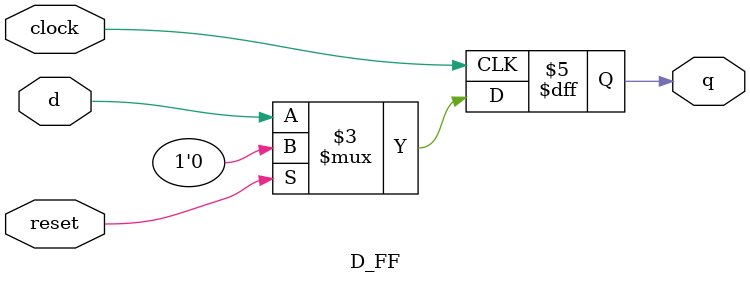
<source format=v>
module D_FF (q, d, clock, reset);

output q;
input d, clock, reset;

reg q;

always @(posedge clock)
	begin
		if (reset)
			q = 1'b0;
		else
			q = d;
	end

endmodule


</source>
